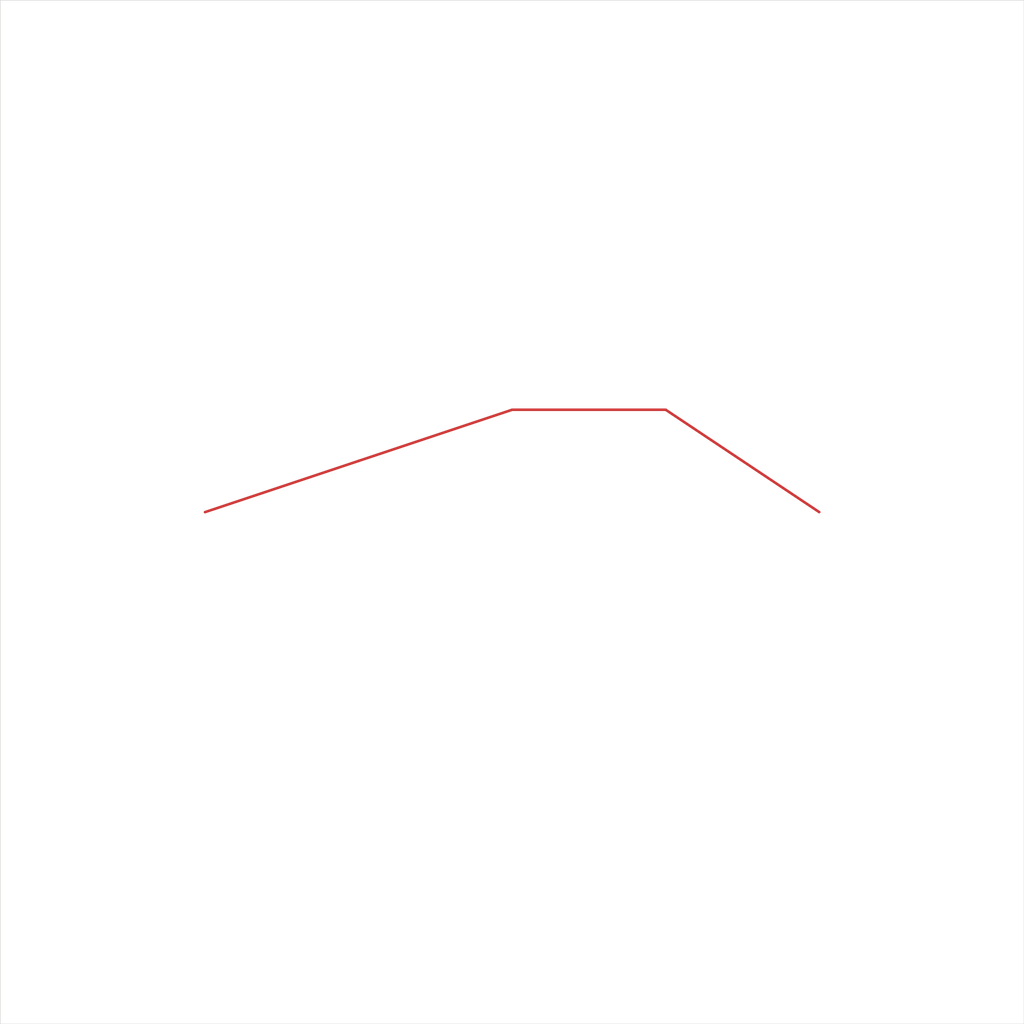
<source format=kicad_pcb>
(kicad_pcb (version 20241229) (generator "pcbnew") (generator_version "9.0")
	(general
		(thickness 1.6)
	)
	(paper "A4")
	(layers
		(0 "F.Cu" signal)
		(2 "B.Cu" signal)
		(25 "Edge.Cuts" user)
	)
	(setup
		(pad_to_mask_clearance 0)
	)
	(net 0 "")
	(net 1 "Signal")
	(gr_rect
		(start 50 50)
		(end 150 150)
		(stroke (width 0.05) (type solid))
		(fill none)
		(layer "Edge.Cuts")
		(uuid "a2038340-83af-4064-824c-f4571468d80e")
	)
	(segment
		(start 70 100)
		(end 85 95)
		(width 0.25)
		(layer "F.Cu")
		(net 1)
		(uuid "h9038340-83af-4064-824c-f4571468d80l")
	)
	(segment
		(start 85 95)
		(end 100 90)
		(width 0.25)
		(layer "F.Cu")
		(net 1)
		(uuid "i0038340-83af-4064-824c-f4571468d80m")
	)
	(segment
		(start 100 90)
		(end 115 90)
		(width 0.25)
		(layer "F.Cu")
		(net 1)
		(uuid "j1038340-83af-4064-824c-f4571468d80n")
	)
	(segment
		(start 115 90)
		(end 130 100)
		(width 0.25)
		(layer "F.Cu")
		(net 1)
		(uuid "k2038340-83af-4064-824c-f4571468d80o")
	)
	(embedded_fonts no)
)

</source>
